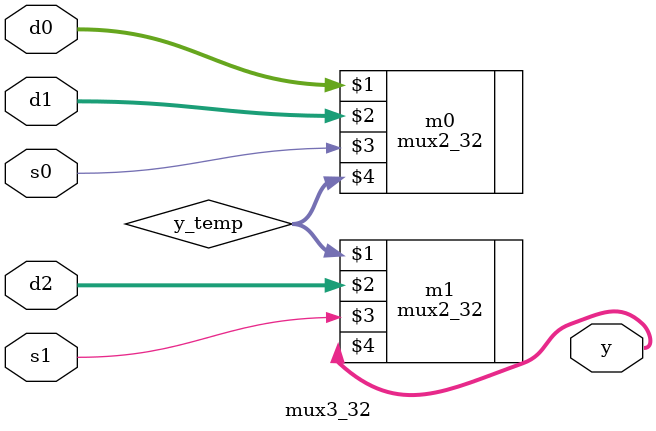
<source format=sv>
module mux3_32(input logic [31:0] d0, d1, d2, input logic s0, s1, output tri [31:0] y);

logic [31:0] y_temp;

mux2_32 m0(d0, d1, s0, y_temp);
mux2_32 m1(y_temp, d2, s1, y);

endmodule
</source>
